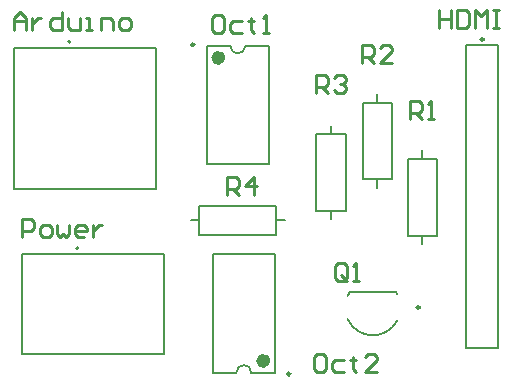
<source format=gbr>
%TF.GenerationSoftware,Altium Limited,Altium Designer,24.10.1 (45)*%
G04 Layer_Color=65535*
%FSLAX45Y45*%
%MOMM*%
%TF.SameCoordinates,ACBC47F4-F80E-47A8-B574-4F082A8C8B29*%
%TF.FilePolarity,Positive*%
%TF.FileFunction,Legend,Top*%
%TF.Part,Single*%
G01*
G75*
%TA.AperFunction,NonConductor*%
%ADD11C,0.25400*%
%ADD24C,0.20000*%
%ADD25C,0.25000*%
%ADD26C,0.60000*%
%ADD27C,0.12700*%
D11*
X162560Y1247140D02*
Y1399491D01*
X238735D01*
X264127Y1374099D01*
Y1323315D01*
X238735Y1297923D01*
X162560D01*
X340303Y1247140D02*
X391086D01*
X416478Y1272532D01*
Y1323315D01*
X391086Y1348707D01*
X340303D01*
X314911Y1323315D01*
Y1272532D01*
X340303Y1247140D01*
X467261Y1348707D02*
Y1272532D01*
X492653Y1247140D01*
X518045Y1272532D01*
X543437Y1247140D01*
X568829Y1272532D01*
Y1348707D01*
X695788Y1247140D02*
X645004D01*
X619612Y1272532D01*
Y1323315D01*
X645004Y1348707D01*
X695788D01*
X721179Y1323315D01*
Y1297923D01*
X619612D01*
X771963Y1348707D02*
Y1247140D01*
Y1297923D01*
X797355Y1323315D01*
X822746Y1348707D01*
X848138D01*
X96520Y2994660D02*
Y3096227D01*
X147303Y3147011D01*
X198087Y3096227D01*
Y2994660D01*
Y3070835D01*
X96520D01*
X248871Y3096227D02*
Y2994660D01*
Y3045443D01*
X274263Y3070835D01*
X299654Y3096227D01*
X325046D01*
X502789Y3147011D02*
Y2994660D01*
X426613D01*
X401221Y3020052D01*
Y3070835D01*
X426613Y3096227D01*
X502789D01*
X553572D02*
Y3020052D01*
X578964Y2994660D01*
X655139D01*
Y3096227D01*
X705923Y2994660D02*
X756706D01*
X731315D01*
Y3096227D01*
X705923D01*
X832882Y2994660D02*
Y3096227D01*
X909057D01*
X934449Y3070835D01*
Y2994660D01*
X1010624D02*
X1061408D01*
X1086800Y3020052D01*
Y3070835D01*
X1061408Y3096227D01*
X1010624D01*
X985232Y3070835D01*
Y3020052D01*
X1010624Y2994660D01*
X2920967Y894072D02*
Y995639D01*
X2895575Y1021031D01*
X2844792D01*
X2819400Y995639D01*
Y894072D01*
X2844792Y868680D01*
X2895575D01*
X2870183Y919463D02*
X2920967Y868680D01*
X2895575D02*
X2920967Y894072D01*
X2971751Y868680D02*
X3022534D01*
X2997143D01*
Y1021031D01*
X2971751Y995639D01*
X1905041Y1600225D02*
Y1752575D01*
X1981217D01*
X2006608Y1727183D01*
Y1676400D01*
X1981217Y1651008D01*
X1905041D01*
X1955825D02*
X2006608Y1600225D01*
X2133567D02*
Y1752575D01*
X2057392Y1676400D01*
X2158959D01*
X2654341Y2463825D02*
Y2616175D01*
X2730517D01*
X2755908Y2590783D01*
Y2540000D01*
X2730517Y2514608D01*
X2654341D01*
X2705125D02*
X2755908Y2463825D01*
X2806692Y2590783D02*
X2832084Y2616175D01*
X2882867D01*
X2908259Y2590783D01*
Y2565392D01*
X2882867Y2540000D01*
X2857475D01*
X2882867D01*
X2908259Y2514608D01*
Y2489217D01*
X2882867Y2463825D01*
X2832084D01*
X2806692Y2489217D01*
X3048041Y2717825D02*
Y2870175D01*
X3124217D01*
X3149608Y2844783D01*
Y2794000D01*
X3124217Y2768608D01*
X3048041D01*
X3098825D02*
X3149608Y2717825D01*
X3301959D02*
X3200392D01*
X3301959Y2819392D01*
Y2844783D01*
X3276567Y2870175D01*
X3225784D01*
X3200392Y2844783D01*
X3454433Y2244625D02*
Y2396975D01*
X3530608D01*
X3556000Y2371584D01*
Y2320800D01*
X3530608Y2295408D01*
X3454433D01*
X3505217D02*
X3556000Y2244625D01*
X3606784D02*
X3657567D01*
X3632176D01*
Y2396975D01*
X3606784Y2371584D01*
X2717862Y253975D02*
X2667078D01*
X2641686Y228583D01*
Y127017D01*
X2667078Y101625D01*
X2717862D01*
X2743254Y127017D01*
Y228583D01*
X2717862Y253975D01*
X2895604Y203192D02*
X2819429D01*
X2794037Y177800D01*
Y127017D01*
X2819429Y101625D01*
X2895604D01*
X2971780Y228583D02*
Y203192D01*
X2946388D01*
X2997171D01*
X2971780D01*
Y127017D01*
X2997171Y101625D01*
X3174914D02*
X3073347D01*
X3174914Y203192D01*
Y228583D01*
X3149522Y253975D01*
X3098739D01*
X3073347Y228583D01*
X1854254Y3124175D02*
X1803470D01*
X1778078Y3098783D01*
Y2997217D01*
X1803470Y2971825D01*
X1854254D01*
X1879645Y2997217D01*
Y3098783D01*
X1854254Y3124175D01*
X2031996Y3073392D02*
X1955821D01*
X1930429Y3048000D01*
Y2997217D01*
X1955821Y2971825D01*
X2031996D01*
X2108172Y3098783D02*
Y3073392D01*
X2082780D01*
X2133563D01*
X2108172D01*
Y2997217D01*
X2133563Y2971825D01*
X2209739D02*
X2260522D01*
X2235130D01*
Y3124175D01*
X2209739Y3098783D01*
X3695782Y3162275D02*
Y3009925D01*
Y3086100D01*
X3797350D01*
Y3162275D01*
Y3009925D01*
X3848133Y3162275D02*
Y3009925D01*
X3924308D01*
X3949700Y3035317D01*
Y3136883D01*
X3924308Y3162275D01*
X3848133D01*
X4000484Y3009925D02*
Y3162275D01*
X4051267Y3111492D01*
X4102051Y3162275D01*
Y3009925D01*
X4152834Y3162275D02*
X4203618D01*
X4178226D01*
Y3009925D01*
X4152834D01*
X4203618D01*
D24*
X578500Y2897900D02*
G03*
X578500Y2897900I-10000J0D01*
G01*
X645000Y1149700D02*
G03*
X645000Y1149700I-10000J0D01*
G01*
X3344586Y757664D02*
G03*
X3330299Y781202I-207686J-109964D01*
G01*
X2943501D02*
G03*
X2923951Y747090I193399J-133502D01*
G01*
X2923970Y548273D02*
G03*
X3344566Y537700I212930J99427D01*
G01*
X2108200Y96900D02*
G03*
X1981200Y96900I-63500J0D01*
G01*
X1930400Y2862200D02*
G03*
X2057400Y2862200I63500J0D01*
G01*
X3681000Y1254500D02*
Y1904500D01*
X3431000Y1254500D02*
X3681000D01*
X3431000D02*
Y1904500D01*
X3681000D01*
X3556000D02*
Y1977000D01*
Y1182000D02*
Y1254500D01*
X1668900Y1509300D02*
X2318900D01*
Y1259300D02*
Y1509300D01*
X1668900Y1259300D02*
X2318900D01*
X1668900D02*
Y1509300D01*
X1596400Y1384300D02*
X1668900D01*
X2318900D02*
X2391400D01*
X2943500Y781200D02*
X3330300D01*
X1779700Y1096900D02*
X2309700D01*
X1779700Y96900D02*
X1981200D01*
X2108200D02*
X2309700D01*
X1779700D02*
Y1096900D01*
X2309700Y96900D02*
Y1096900D01*
X2781300Y2115700D02*
Y2188200D01*
Y1393200D02*
Y1465700D01*
X2656300D02*
X2906300D01*
Y2115700D01*
X2656300D02*
X2906300D01*
X2656300Y1465700D02*
Y2115700D01*
X3929500Y302500D02*
X4198500D01*
Y2872500D01*
X3929500D02*
X4198500D01*
X3929500Y302500D02*
Y2872500D01*
X3175000Y1659900D02*
Y1732400D01*
Y2382400D02*
Y2454900D01*
X3050000Y2382400D02*
X3300000D01*
X3050000Y1732400D02*
Y2382400D01*
Y1732400D02*
X3300000D01*
Y2382400D01*
X1728900Y1862200D02*
X2258900D01*
X2057400Y2862200D02*
X2258900D01*
X1728900D02*
X1930400D01*
X2258900Y1862200D02*
Y2862200D01*
X1728900Y1862200D02*
Y2862200D01*
D25*
X3534400Y647700D02*
G03*
X3534400Y647700I-12500J0D01*
G01*
X2438200Y85900D02*
G03*
X2438200Y85900I-12500J0D01*
G01*
X4076500Y2917500D02*
G03*
X4076500Y2917500I-12500J0D01*
G01*
X1625400Y2873200D02*
G03*
X1625400Y2873200I-12500J0D01*
G01*
D26*
X2239700Y196900D02*
G03*
X2239700Y196900I-30000J0D01*
G01*
X1858900Y2762200D02*
G03*
X1858900Y2762200I-30000J0D01*
G01*
D27*
X1298500Y1647900D02*
Y2847900D01*
X98500Y1647900D02*
X1298500D01*
X98500D02*
Y2847900D01*
X1298500D01*
X165000Y249700D02*
Y1099700D01*
Y249700D02*
X1365000D01*
Y1099700D01*
X165000D02*
X1365000D01*
%TF.MD5,15fd0be180996baa03eb327bd7c02bfa*%
M02*

</source>
